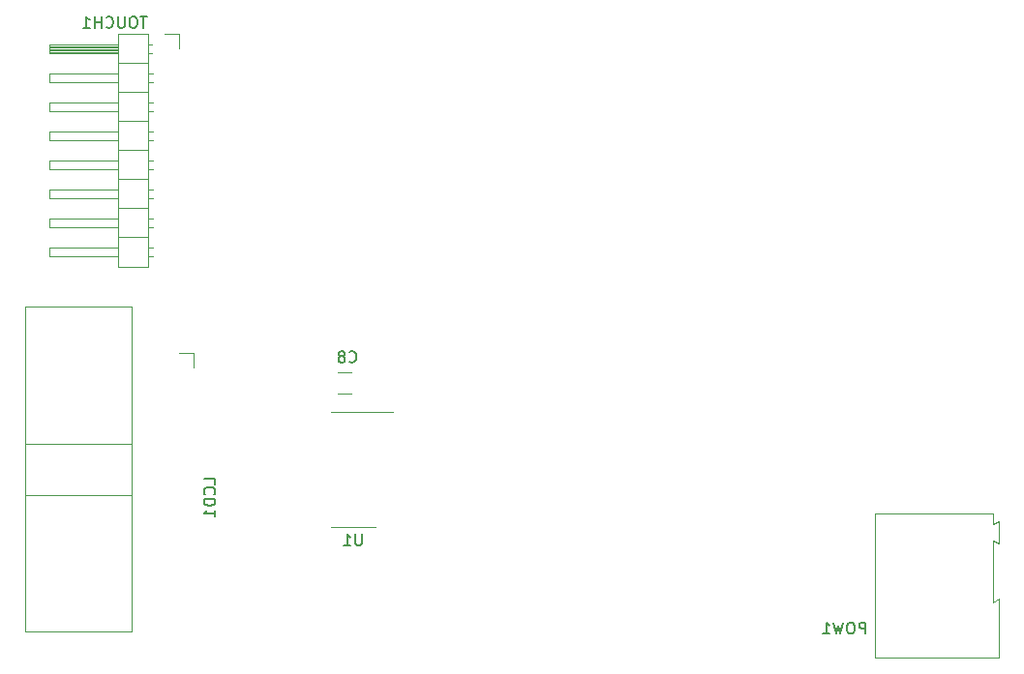
<source format=gbo>
G04 #@! TF.GenerationSoftware,KiCad,Pcbnew,(5.1.2)-2*
G04 #@! TF.CreationDate,2019-09-19T18:24:33+10:00*
G04 #@! TF.ProjectId,PecsRemoteHat.lib,50656373-5265-46d6-9f74-654861742e6c,rev?*
G04 #@! TF.SameCoordinates,Original*
G04 #@! TF.FileFunction,Legend,Bot*
G04 #@! TF.FilePolarity,Positive*
%FSLAX46Y46*%
G04 Gerber Fmt 4.6, Leading zero omitted, Abs format (unit mm)*
G04 Created by KiCad (PCBNEW (5.1.2)-2) date 2019-09-19 18:24:33*
%MOMM*%
%LPD*%
G04 APERTURE LIST*
%ADD10C,0.120000*%
%ADD11C,0.150000*%
G04 APERTURE END LIST*
D10*
X66040000Y-91440000D02*
X64770000Y-91440000D01*
X66040000Y-92710000D02*
X66040000Y-91440000D01*
X63727071Y-110870000D02*
X63330000Y-110870000D01*
X63727071Y-110110000D02*
X63330000Y-110110000D01*
X54670000Y-110870000D02*
X60670000Y-110870000D01*
X54670000Y-110110000D02*
X54670000Y-110870000D01*
X60670000Y-110110000D02*
X54670000Y-110110000D01*
X63330000Y-109220000D02*
X60670000Y-109220000D01*
X63727071Y-108330000D02*
X63330000Y-108330000D01*
X63727071Y-107570000D02*
X63330000Y-107570000D01*
X54670000Y-108330000D02*
X60670000Y-108330000D01*
X54670000Y-107570000D02*
X54670000Y-108330000D01*
X60670000Y-107570000D02*
X54670000Y-107570000D01*
X63330000Y-106680000D02*
X60670000Y-106680000D01*
X63727071Y-105790000D02*
X63330000Y-105790000D01*
X63727071Y-105030000D02*
X63330000Y-105030000D01*
X54670000Y-105790000D02*
X60670000Y-105790000D01*
X54670000Y-105030000D02*
X54670000Y-105790000D01*
X60670000Y-105030000D02*
X54670000Y-105030000D01*
X63330000Y-104140000D02*
X60670000Y-104140000D01*
X63727071Y-103250000D02*
X63330000Y-103250000D01*
X63727071Y-102490000D02*
X63330000Y-102490000D01*
X54670000Y-103250000D02*
X60670000Y-103250000D01*
X54670000Y-102490000D02*
X54670000Y-103250000D01*
X60670000Y-102490000D02*
X54670000Y-102490000D01*
X63330000Y-101600000D02*
X60670000Y-101600000D01*
X63727071Y-100710000D02*
X63330000Y-100710000D01*
X63727071Y-99950000D02*
X63330000Y-99950000D01*
X54670000Y-100710000D02*
X60670000Y-100710000D01*
X54670000Y-99950000D02*
X54670000Y-100710000D01*
X60670000Y-99950000D02*
X54670000Y-99950000D01*
X63330000Y-99060000D02*
X60670000Y-99060000D01*
X63727071Y-98170000D02*
X63330000Y-98170000D01*
X63727071Y-97410000D02*
X63330000Y-97410000D01*
X54670000Y-98170000D02*
X60670000Y-98170000D01*
X54670000Y-97410000D02*
X54670000Y-98170000D01*
X60670000Y-97410000D02*
X54670000Y-97410000D01*
X63330000Y-96520000D02*
X60670000Y-96520000D01*
X63727071Y-95630000D02*
X63330000Y-95630000D01*
X63727071Y-94870000D02*
X63330000Y-94870000D01*
X54670000Y-95630000D02*
X60670000Y-95630000D01*
X54670000Y-94870000D02*
X54670000Y-95630000D01*
X60670000Y-94870000D02*
X54670000Y-94870000D01*
X63330000Y-93980000D02*
X60670000Y-93980000D01*
X63660000Y-93090000D02*
X63330000Y-93090000D01*
X63660000Y-92330000D02*
X63330000Y-92330000D01*
X60670000Y-92990000D02*
X54670000Y-92990000D01*
X60670000Y-92870000D02*
X54670000Y-92870000D01*
X60670000Y-92750000D02*
X54670000Y-92750000D01*
X60670000Y-92630000D02*
X54670000Y-92630000D01*
X60670000Y-92510000D02*
X54670000Y-92510000D01*
X60670000Y-92390000D02*
X54670000Y-92390000D01*
X54670000Y-93090000D02*
X60670000Y-93090000D01*
X54670000Y-92330000D02*
X54670000Y-93090000D01*
X60670000Y-92330000D02*
X54670000Y-92330000D01*
X60670000Y-91380000D02*
X63330000Y-91380000D01*
X60670000Y-111820000D02*
X60670000Y-91380000D01*
X63330000Y-111820000D02*
X60670000Y-111820000D01*
X63330000Y-91380000D02*
X63330000Y-111820000D01*
X81280000Y-124480000D02*
X84730000Y-124480000D01*
X81280000Y-124480000D02*
X79330000Y-124480000D01*
X81280000Y-134600000D02*
X83230000Y-134600000D01*
X81280000Y-134600000D02*
X79330000Y-134600000D01*
X137740000Y-146000000D02*
X126890000Y-146000000D01*
X137740000Y-140900000D02*
X137740000Y-146000000D01*
X137240000Y-141200000D02*
X137740000Y-140900000D01*
X137240000Y-135800000D02*
X137240000Y-141200000D01*
X137740000Y-136050000D02*
X137240000Y-135800000D01*
X137740000Y-136000000D02*
X137740000Y-136050000D01*
X137740000Y-134100000D02*
X137740000Y-136000000D01*
X137240000Y-134350000D02*
X137740000Y-134100000D01*
X137240000Y-133400000D02*
X137240000Y-134350000D01*
X126890000Y-133400000D02*
X137240000Y-133400000D01*
X126890000Y-146000000D02*
X126890000Y-133400000D01*
X61910000Y-127290000D02*
X52560000Y-127290000D01*
X61910000Y-143780000D02*
X61910000Y-115300000D01*
X61910000Y-143780000D02*
X52560000Y-143780000D01*
X61910000Y-131790000D02*
X52560000Y-131790000D01*
X61910000Y-115300000D02*
X52560000Y-115300000D01*
X52560000Y-115300000D02*
X52560000Y-143780000D01*
X66040000Y-119380000D02*
X67310000Y-119380000D01*
X67310000Y-119380000D02*
X67310000Y-120650000D01*
X79885436Y-121090000D02*
X81089564Y-121090000D01*
X79885436Y-122910000D02*
X81089564Y-122910000D01*
D11*
X63218333Y-89892380D02*
X62646904Y-89892380D01*
X62932619Y-90892380D02*
X62932619Y-89892380D01*
X62123095Y-89892380D02*
X61932619Y-89892380D01*
X61837380Y-89940000D01*
X61742142Y-90035238D01*
X61694523Y-90225714D01*
X61694523Y-90559047D01*
X61742142Y-90749523D01*
X61837380Y-90844761D01*
X61932619Y-90892380D01*
X62123095Y-90892380D01*
X62218333Y-90844761D01*
X62313571Y-90749523D01*
X62361190Y-90559047D01*
X62361190Y-90225714D01*
X62313571Y-90035238D01*
X62218333Y-89940000D01*
X62123095Y-89892380D01*
X61265952Y-89892380D02*
X61265952Y-90701904D01*
X61218333Y-90797142D01*
X61170714Y-90844761D01*
X61075476Y-90892380D01*
X60885000Y-90892380D01*
X60789761Y-90844761D01*
X60742142Y-90797142D01*
X60694523Y-90701904D01*
X60694523Y-89892380D01*
X59646904Y-90797142D02*
X59694523Y-90844761D01*
X59837380Y-90892380D01*
X59932619Y-90892380D01*
X60075476Y-90844761D01*
X60170714Y-90749523D01*
X60218333Y-90654285D01*
X60265952Y-90463809D01*
X60265952Y-90320952D01*
X60218333Y-90130476D01*
X60170714Y-90035238D01*
X60075476Y-89940000D01*
X59932619Y-89892380D01*
X59837380Y-89892380D01*
X59694523Y-89940000D01*
X59646904Y-89987619D01*
X59218333Y-90892380D02*
X59218333Y-89892380D01*
X59218333Y-90368571D02*
X58646904Y-90368571D01*
X58646904Y-90892380D02*
X58646904Y-89892380D01*
X57646904Y-90892380D02*
X58218333Y-90892380D01*
X57932619Y-90892380D02*
X57932619Y-89892380D01*
X58027857Y-90035238D01*
X58123095Y-90130476D01*
X58218333Y-90178095D01*
X82011904Y-135202380D02*
X82011904Y-136011904D01*
X81964285Y-136107142D01*
X81916666Y-136154761D01*
X81821428Y-136202380D01*
X81630952Y-136202380D01*
X81535714Y-136154761D01*
X81488095Y-136107142D01*
X81440476Y-136011904D01*
X81440476Y-135202380D01*
X80440476Y-136202380D02*
X81011904Y-136202380D01*
X80726190Y-136202380D02*
X80726190Y-135202380D01*
X80821428Y-135345238D01*
X80916666Y-135440476D01*
X81011904Y-135488095D01*
X126083333Y-143952380D02*
X126083333Y-142952380D01*
X125702380Y-142952380D01*
X125607142Y-143000000D01*
X125559523Y-143047619D01*
X125511904Y-143142857D01*
X125511904Y-143285714D01*
X125559523Y-143380952D01*
X125607142Y-143428571D01*
X125702380Y-143476190D01*
X126083333Y-143476190D01*
X124892857Y-142952380D02*
X124702380Y-142952380D01*
X124607142Y-143000000D01*
X124511904Y-143095238D01*
X124464285Y-143285714D01*
X124464285Y-143619047D01*
X124511904Y-143809523D01*
X124607142Y-143904761D01*
X124702380Y-143952380D01*
X124892857Y-143952380D01*
X124988095Y-143904761D01*
X125083333Y-143809523D01*
X125130952Y-143619047D01*
X125130952Y-143285714D01*
X125083333Y-143095238D01*
X124988095Y-143000000D01*
X124892857Y-142952380D01*
X124130952Y-142952380D02*
X123892857Y-143952380D01*
X123702380Y-143238095D01*
X123511904Y-143952380D01*
X123273809Y-142952380D01*
X122369047Y-143952380D02*
X122940476Y-143952380D01*
X122654761Y-143952380D02*
X122654761Y-142952380D01*
X122750000Y-143095238D01*
X122845238Y-143190476D01*
X122940476Y-143238095D01*
X69202380Y-130833333D02*
X69202380Y-130357142D01*
X68202380Y-130357142D01*
X69107142Y-131738095D02*
X69154761Y-131690476D01*
X69202380Y-131547619D01*
X69202380Y-131452380D01*
X69154761Y-131309523D01*
X69059523Y-131214285D01*
X68964285Y-131166666D01*
X68773809Y-131119047D01*
X68630952Y-131119047D01*
X68440476Y-131166666D01*
X68345238Y-131214285D01*
X68250000Y-131309523D01*
X68202380Y-131452380D01*
X68202380Y-131547619D01*
X68250000Y-131690476D01*
X68297619Y-131738095D01*
X69202380Y-132166666D02*
X68202380Y-132166666D01*
X68202380Y-132404761D01*
X68250000Y-132547619D01*
X68345238Y-132642857D01*
X68440476Y-132690476D01*
X68630952Y-132738095D01*
X68773809Y-132738095D01*
X68964285Y-132690476D01*
X69059523Y-132642857D01*
X69154761Y-132547619D01*
X69202380Y-132404761D01*
X69202380Y-132166666D01*
X69202380Y-133690476D02*
X69202380Y-133119047D01*
X69202380Y-133404761D02*
X68202380Y-133404761D01*
X68345238Y-133309523D01*
X68440476Y-133214285D01*
X68488095Y-133119047D01*
X80916666Y-120107142D02*
X80964285Y-120154761D01*
X81107142Y-120202380D01*
X81202380Y-120202380D01*
X81345238Y-120154761D01*
X81440476Y-120059523D01*
X81488095Y-119964285D01*
X81535714Y-119773809D01*
X81535714Y-119630952D01*
X81488095Y-119440476D01*
X81440476Y-119345238D01*
X81345238Y-119250000D01*
X81202380Y-119202380D01*
X81107142Y-119202380D01*
X80964285Y-119250000D01*
X80916666Y-119297619D01*
X80345238Y-119630952D02*
X80440476Y-119583333D01*
X80488095Y-119535714D01*
X80535714Y-119440476D01*
X80535714Y-119392857D01*
X80488095Y-119297619D01*
X80440476Y-119250000D01*
X80345238Y-119202380D01*
X80154761Y-119202380D01*
X80059523Y-119250000D01*
X80011904Y-119297619D01*
X79964285Y-119392857D01*
X79964285Y-119440476D01*
X80011904Y-119535714D01*
X80059523Y-119583333D01*
X80154761Y-119630952D01*
X80345238Y-119630952D01*
X80440476Y-119678571D01*
X80488095Y-119726190D01*
X80535714Y-119821428D01*
X80535714Y-120011904D01*
X80488095Y-120107142D01*
X80440476Y-120154761D01*
X80345238Y-120202380D01*
X80154761Y-120202380D01*
X80059523Y-120154761D01*
X80011904Y-120107142D01*
X79964285Y-120011904D01*
X79964285Y-119821428D01*
X80011904Y-119726190D01*
X80059523Y-119678571D01*
X80154761Y-119630952D01*
M02*

</source>
